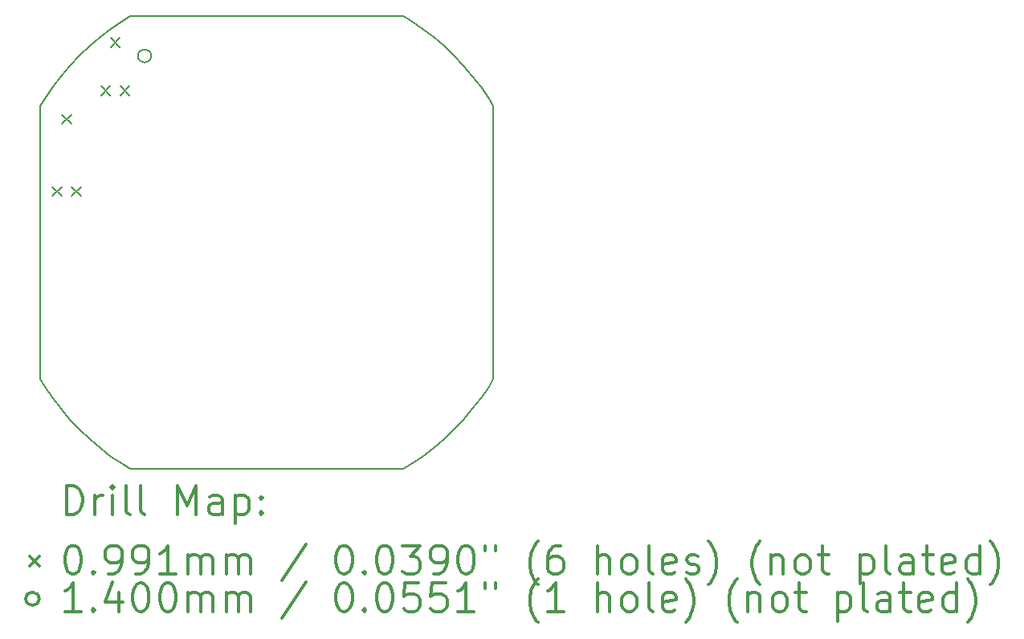
<source format=gbr>
%FSLAX45Y45*%
G04 Gerber Fmt 4.5, Leading zero omitted, Abs format (unit mm)*
G04 Created by KiCad (PCBNEW 5.1.12) date 2022-08-14 20:08:38*
%MOMM*%
%LPD*%
G01*
G04 APERTURE LIST*
%TA.AperFunction,Profile*%
%ADD10C,0.200000*%
%TD*%
%ADD11C,0.200000*%
%ADD12C,0.300000*%
G04 APERTURE END LIST*
D10*
X4781156Y954150D02*
X4781156Y3829690D01*
X4731046Y3911462D02*
X4648316Y4031840D01*
X953386Y1920D02*
X3828926Y1920D01*
X51266Y872380D02*
X134000Y752000D01*
X4031076Y4649076D02*
X3910696Y4731810D01*
X4731046Y872380D02*
X4781156Y954150D01*
X4781156Y3829690D02*
X4731046Y3911462D01*
X222920Y4147723D02*
X134000Y4031840D01*
X51266Y3911462D02*
X1157Y3829690D01*
X317783Y4258793D02*
X222920Y4147723D01*
X871614Y52030D02*
X953386Y1920D01*
X751236Y4649076D02*
X635353Y4560156D01*
X4258026Y4465293D02*
X4146956Y4560156D01*
X524283Y318550D02*
X635353Y223680D01*
X4648316Y4031840D02*
X4559396Y4147723D01*
X222920Y636120D02*
X317783Y525050D01*
X4031076Y134760D02*
X4146956Y223680D01*
X635353Y4560156D02*
X524283Y4465293D01*
X4146956Y4560156D02*
X4031076Y4649076D01*
X3828926Y1920D02*
X3910696Y52030D01*
X751236Y134760D02*
X871614Y52030D01*
X4559396Y4147723D02*
X4464526Y4258793D01*
X4648316Y752000D02*
X4731046Y872380D01*
X317783Y525050D02*
X418329Y419090D01*
X134000Y4031840D02*
X51266Y3911462D01*
X418329Y4364747D02*
X317783Y4258793D01*
X4464526Y4258793D02*
X4363986Y4364747D01*
X3910696Y52030D02*
X4031076Y134760D01*
X4464526Y525050D02*
X4559396Y636120D01*
X4146956Y223680D02*
X4258026Y318550D01*
X418329Y419090D02*
X524283Y318550D01*
X871614Y4731810D02*
X751236Y4649076D01*
X4363986Y419090D02*
X4464526Y525050D01*
X4258026Y318550D02*
X4363986Y419090D01*
X1157Y954150D02*
X51266Y872380D01*
X4363986Y4364747D02*
X4258026Y4465293D01*
X4559396Y636120D02*
X4648316Y752000D01*
X524283Y4465293D02*
X418329Y4364747D01*
X3910696Y4731810D02*
X3828926Y4781919D01*
X635353Y223680D02*
X751236Y134760D01*
X3828926Y4781919D02*
X953386Y4781919D01*
X1157Y3829690D02*
X1157Y954150D01*
X953386Y4781919D02*
X871614Y4731810D01*
X134000Y752000D02*
X222920Y636120D01*
D11*
X130470Y2979530D02*
X229530Y2880470D01*
X229530Y2979530D02*
X130470Y2880470D01*
X232070Y3741530D02*
X331130Y3642470D01*
X331130Y3741530D02*
X232070Y3642470D01*
X333670Y2979530D02*
X432730Y2880470D01*
X432730Y2979530D02*
X333670Y2880470D01*
X642620Y4044950D02*
X741680Y3945890D01*
X741680Y4044950D02*
X642620Y3945890D01*
X744220Y4552950D02*
X843280Y4453890D01*
X843280Y4552950D02*
X744220Y4453890D01*
X845820Y4044950D02*
X944880Y3945890D01*
X944880Y4044950D02*
X845820Y3945890D01*
X1172360Y4359910D02*
G75*
G03*
X1172360Y4359910I-70000J0D01*
G01*
D12*
X277585Y-473794D02*
X277585Y-173794D01*
X349014Y-173794D01*
X391871Y-188080D01*
X420442Y-216651D01*
X434728Y-245223D01*
X449014Y-302366D01*
X449014Y-345223D01*
X434728Y-402366D01*
X420442Y-430937D01*
X391871Y-459509D01*
X349014Y-473794D01*
X277585Y-473794D01*
X577585Y-473794D02*
X577585Y-273794D01*
X577585Y-330937D02*
X591871Y-302366D01*
X606157Y-288080D01*
X634728Y-273794D01*
X663299Y-273794D01*
X763299Y-473794D02*
X763299Y-273794D01*
X763299Y-173794D02*
X749014Y-188080D01*
X763299Y-202366D01*
X777585Y-188080D01*
X763299Y-173794D01*
X763299Y-202366D01*
X949014Y-473794D02*
X920442Y-459509D01*
X906156Y-430937D01*
X906156Y-173794D01*
X1106157Y-473794D02*
X1077585Y-459509D01*
X1063299Y-430937D01*
X1063299Y-173794D01*
X1449014Y-473794D02*
X1449014Y-173794D01*
X1549014Y-388080D01*
X1649014Y-173794D01*
X1649014Y-473794D01*
X1920442Y-473794D02*
X1920442Y-316652D01*
X1906156Y-288080D01*
X1877585Y-273794D01*
X1820442Y-273794D01*
X1791871Y-288080D01*
X1920442Y-459509D02*
X1891871Y-473794D01*
X1820442Y-473794D01*
X1791871Y-459509D01*
X1777585Y-430937D01*
X1777585Y-402366D01*
X1791871Y-373794D01*
X1820442Y-359509D01*
X1891871Y-359509D01*
X1920442Y-345223D01*
X2063299Y-273794D02*
X2063299Y-573794D01*
X2063299Y-288080D02*
X2091871Y-273794D01*
X2149014Y-273794D01*
X2177585Y-288080D01*
X2191871Y-302366D01*
X2206157Y-330937D01*
X2206157Y-416651D01*
X2191871Y-445223D01*
X2177585Y-459509D01*
X2149014Y-473794D01*
X2091871Y-473794D01*
X2063299Y-459509D01*
X2334728Y-445223D02*
X2349014Y-459509D01*
X2334728Y-473794D01*
X2320442Y-459509D01*
X2334728Y-445223D01*
X2334728Y-473794D01*
X2334728Y-288080D02*
X2349014Y-302366D01*
X2334728Y-316652D01*
X2320442Y-302366D01*
X2334728Y-288080D01*
X2334728Y-316652D01*
X-107903Y-918550D02*
X-8844Y-1017610D01*
X-8844Y-918550D02*
X-107903Y-1017610D01*
X334728Y-803794D02*
X363299Y-803794D01*
X391871Y-818080D01*
X406156Y-832366D01*
X420442Y-860937D01*
X434728Y-918080D01*
X434728Y-989509D01*
X420442Y-1046651D01*
X406156Y-1075223D01*
X391871Y-1089509D01*
X363299Y-1103794D01*
X334728Y-1103794D01*
X306157Y-1089509D01*
X291871Y-1075223D01*
X277585Y-1046651D01*
X263299Y-989509D01*
X263299Y-918080D01*
X277585Y-860937D01*
X291871Y-832366D01*
X306157Y-818080D01*
X334728Y-803794D01*
X563299Y-1075223D02*
X577585Y-1089509D01*
X563299Y-1103794D01*
X549014Y-1089509D01*
X563299Y-1075223D01*
X563299Y-1103794D01*
X720442Y-1103794D02*
X777585Y-1103794D01*
X806156Y-1089509D01*
X820442Y-1075223D01*
X849014Y-1032366D01*
X863299Y-975223D01*
X863299Y-860937D01*
X849014Y-832366D01*
X834728Y-818080D01*
X806156Y-803794D01*
X749014Y-803794D01*
X720442Y-818080D01*
X706156Y-832366D01*
X691871Y-860937D01*
X691871Y-932366D01*
X706156Y-960937D01*
X720442Y-975223D01*
X749014Y-989509D01*
X806156Y-989509D01*
X834728Y-975223D01*
X849014Y-960937D01*
X863299Y-932366D01*
X1006156Y-1103794D02*
X1063299Y-1103794D01*
X1091871Y-1089509D01*
X1106157Y-1075223D01*
X1134728Y-1032366D01*
X1149014Y-975223D01*
X1149014Y-860937D01*
X1134728Y-832366D01*
X1120442Y-818080D01*
X1091871Y-803794D01*
X1034728Y-803794D01*
X1006156Y-818080D01*
X991871Y-832366D01*
X977585Y-860937D01*
X977585Y-932366D01*
X991871Y-960937D01*
X1006156Y-975223D01*
X1034728Y-989509D01*
X1091871Y-989509D01*
X1120442Y-975223D01*
X1134728Y-960937D01*
X1149014Y-932366D01*
X1434728Y-1103794D02*
X1263299Y-1103794D01*
X1349014Y-1103794D02*
X1349014Y-803794D01*
X1320442Y-846651D01*
X1291871Y-875223D01*
X1263299Y-889509D01*
X1563299Y-1103794D02*
X1563299Y-903794D01*
X1563299Y-932366D02*
X1577585Y-918080D01*
X1606156Y-903794D01*
X1649014Y-903794D01*
X1677585Y-918080D01*
X1691871Y-946651D01*
X1691871Y-1103794D01*
X1691871Y-946651D02*
X1706156Y-918080D01*
X1734728Y-903794D01*
X1777585Y-903794D01*
X1806156Y-918080D01*
X1820442Y-946651D01*
X1820442Y-1103794D01*
X1963299Y-1103794D02*
X1963299Y-903794D01*
X1963299Y-932366D02*
X1977585Y-918080D01*
X2006156Y-903794D01*
X2049014Y-903794D01*
X2077585Y-918080D01*
X2091871Y-946651D01*
X2091871Y-1103794D01*
X2091871Y-946651D02*
X2106157Y-918080D01*
X2134728Y-903794D01*
X2177585Y-903794D01*
X2206157Y-918080D01*
X2220442Y-946651D01*
X2220442Y-1103794D01*
X2806156Y-789509D02*
X2549014Y-1175223D01*
X3191871Y-803794D02*
X3220442Y-803794D01*
X3249014Y-818080D01*
X3263299Y-832366D01*
X3277585Y-860937D01*
X3291871Y-918080D01*
X3291871Y-989509D01*
X3277585Y-1046651D01*
X3263299Y-1075223D01*
X3249014Y-1089509D01*
X3220442Y-1103794D01*
X3191871Y-1103794D01*
X3163299Y-1089509D01*
X3149014Y-1075223D01*
X3134728Y-1046651D01*
X3120442Y-989509D01*
X3120442Y-918080D01*
X3134728Y-860937D01*
X3149014Y-832366D01*
X3163299Y-818080D01*
X3191871Y-803794D01*
X3420442Y-1075223D02*
X3434728Y-1089509D01*
X3420442Y-1103794D01*
X3406156Y-1089509D01*
X3420442Y-1075223D01*
X3420442Y-1103794D01*
X3620442Y-803794D02*
X3649014Y-803794D01*
X3677585Y-818080D01*
X3691871Y-832366D01*
X3706156Y-860937D01*
X3720442Y-918080D01*
X3720442Y-989509D01*
X3706156Y-1046651D01*
X3691871Y-1075223D01*
X3677585Y-1089509D01*
X3649014Y-1103794D01*
X3620442Y-1103794D01*
X3591871Y-1089509D01*
X3577585Y-1075223D01*
X3563299Y-1046651D01*
X3549014Y-989509D01*
X3549014Y-918080D01*
X3563299Y-860937D01*
X3577585Y-832366D01*
X3591871Y-818080D01*
X3620442Y-803794D01*
X3820442Y-803794D02*
X4006156Y-803794D01*
X3906156Y-918080D01*
X3949014Y-918080D01*
X3977585Y-932366D01*
X3991871Y-946651D01*
X4006156Y-975223D01*
X4006156Y-1046651D01*
X3991871Y-1075223D01*
X3977585Y-1089509D01*
X3949014Y-1103794D01*
X3863299Y-1103794D01*
X3834728Y-1089509D01*
X3820442Y-1075223D01*
X4149014Y-1103794D02*
X4206157Y-1103794D01*
X4234728Y-1089509D01*
X4249014Y-1075223D01*
X4277585Y-1032366D01*
X4291871Y-975223D01*
X4291871Y-860937D01*
X4277585Y-832366D01*
X4263299Y-818080D01*
X4234728Y-803794D01*
X4177585Y-803794D01*
X4149014Y-818080D01*
X4134728Y-832366D01*
X4120442Y-860937D01*
X4120442Y-932366D01*
X4134728Y-960937D01*
X4149014Y-975223D01*
X4177585Y-989509D01*
X4234728Y-989509D01*
X4263299Y-975223D01*
X4277585Y-960937D01*
X4291871Y-932366D01*
X4477585Y-803794D02*
X4506157Y-803794D01*
X4534728Y-818080D01*
X4549014Y-832366D01*
X4563299Y-860937D01*
X4577585Y-918080D01*
X4577585Y-989509D01*
X4563299Y-1046651D01*
X4549014Y-1075223D01*
X4534728Y-1089509D01*
X4506157Y-1103794D01*
X4477585Y-1103794D01*
X4449014Y-1089509D01*
X4434728Y-1075223D01*
X4420442Y-1046651D01*
X4406157Y-989509D01*
X4406157Y-918080D01*
X4420442Y-860937D01*
X4434728Y-832366D01*
X4449014Y-818080D01*
X4477585Y-803794D01*
X4691871Y-803794D02*
X4691871Y-860937D01*
X4806157Y-803794D02*
X4806157Y-860937D01*
X5249014Y-1218080D02*
X5234728Y-1203794D01*
X5206157Y-1160937D01*
X5191871Y-1132366D01*
X5177585Y-1089509D01*
X5163299Y-1018080D01*
X5163299Y-960937D01*
X5177585Y-889509D01*
X5191871Y-846651D01*
X5206157Y-818080D01*
X5234728Y-775223D01*
X5249014Y-760937D01*
X5491871Y-803794D02*
X5434728Y-803794D01*
X5406157Y-818080D01*
X5391871Y-832366D01*
X5363299Y-875223D01*
X5349014Y-932366D01*
X5349014Y-1046651D01*
X5363299Y-1075223D01*
X5377585Y-1089509D01*
X5406157Y-1103794D01*
X5463299Y-1103794D01*
X5491871Y-1089509D01*
X5506157Y-1075223D01*
X5520442Y-1046651D01*
X5520442Y-975223D01*
X5506157Y-946651D01*
X5491871Y-932366D01*
X5463299Y-918080D01*
X5406157Y-918080D01*
X5377585Y-932366D01*
X5363299Y-946651D01*
X5349014Y-975223D01*
X5877585Y-1103794D02*
X5877585Y-803794D01*
X6006156Y-1103794D02*
X6006156Y-946651D01*
X5991871Y-918080D01*
X5963299Y-903794D01*
X5920442Y-903794D01*
X5891871Y-918080D01*
X5877585Y-932366D01*
X6191871Y-1103794D02*
X6163299Y-1089509D01*
X6149014Y-1075223D01*
X6134728Y-1046651D01*
X6134728Y-960937D01*
X6149014Y-932366D01*
X6163299Y-918080D01*
X6191871Y-903794D01*
X6234728Y-903794D01*
X6263299Y-918080D01*
X6277585Y-932366D01*
X6291871Y-960937D01*
X6291871Y-1046651D01*
X6277585Y-1075223D01*
X6263299Y-1089509D01*
X6234728Y-1103794D01*
X6191871Y-1103794D01*
X6463299Y-1103794D02*
X6434728Y-1089509D01*
X6420442Y-1060937D01*
X6420442Y-803794D01*
X6691871Y-1089509D02*
X6663299Y-1103794D01*
X6606156Y-1103794D01*
X6577585Y-1089509D01*
X6563299Y-1060937D01*
X6563299Y-946651D01*
X6577585Y-918080D01*
X6606156Y-903794D01*
X6663299Y-903794D01*
X6691871Y-918080D01*
X6706156Y-946651D01*
X6706156Y-975223D01*
X6563299Y-1003794D01*
X6820442Y-1089509D02*
X6849014Y-1103794D01*
X6906156Y-1103794D01*
X6934728Y-1089509D01*
X6949014Y-1060937D01*
X6949014Y-1046651D01*
X6934728Y-1018080D01*
X6906156Y-1003794D01*
X6863299Y-1003794D01*
X6834728Y-989509D01*
X6820442Y-960937D01*
X6820442Y-946651D01*
X6834728Y-918080D01*
X6863299Y-903794D01*
X6906156Y-903794D01*
X6934728Y-918080D01*
X7049014Y-1218080D02*
X7063299Y-1203794D01*
X7091871Y-1160937D01*
X7106156Y-1132366D01*
X7120442Y-1089509D01*
X7134728Y-1018080D01*
X7134728Y-960937D01*
X7120442Y-889509D01*
X7106156Y-846651D01*
X7091871Y-818080D01*
X7063299Y-775223D01*
X7049014Y-760937D01*
X7591871Y-1218080D02*
X7577585Y-1203794D01*
X7549014Y-1160937D01*
X7534728Y-1132366D01*
X7520442Y-1089509D01*
X7506156Y-1018080D01*
X7506156Y-960937D01*
X7520442Y-889509D01*
X7534728Y-846651D01*
X7549014Y-818080D01*
X7577585Y-775223D01*
X7591871Y-760937D01*
X7706156Y-903794D02*
X7706156Y-1103794D01*
X7706156Y-932366D02*
X7720442Y-918080D01*
X7749014Y-903794D01*
X7791871Y-903794D01*
X7820442Y-918080D01*
X7834728Y-946651D01*
X7834728Y-1103794D01*
X8020442Y-1103794D02*
X7991871Y-1089509D01*
X7977585Y-1075223D01*
X7963299Y-1046651D01*
X7963299Y-960937D01*
X7977585Y-932366D01*
X7991871Y-918080D01*
X8020442Y-903794D01*
X8063299Y-903794D01*
X8091871Y-918080D01*
X8106156Y-932366D01*
X8120442Y-960937D01*
X8120442Y-1046651D01*
X8106156Y-1075223D01*
X8091871Y-1089509D01*
X8063299Y-1103794D01*
X8020442Y-1103794D01*
X8206156Y-903794D02*
X8320442Y-903794D01*
X8249014Y-803794D02*
X8249014Y-1060937D01*
X8263299Y-1089509D01*
X8291871Y-1103794D01*
X8320442Y-1103794D01*
X8649014Y-903794D02*
X8649014Y-1203794D01*
X8649014Y-918080D02*
X8677585Y-903794D01*
X8734728Y-903794D01*
X8763299Y-918080D01*
X8777585Y-932366D01*
X8791871Y-960937D01*
X8791871Y-1046651D01*
X8777585Y-1075223D01*
X8763299Y-1089509D01*
X8734728Y-1103794D01*
X8677585Y-1103794D01*
X8649014Y-1089509D01*
X8963299Y-1103794D02*
X8934728Y-1089509D01*
X8920442Y-1060937D01*
X8920442Y-803794D01*
X9206157Y-1103794D02*
X9206157Y-946651D01*
X9191871Y-918080D01*
X9163299Y-903794D01*
X9106157Y-903794D01*
X9077585Y-918080D01*
X9206157Y-1089509D02*
X9177585Y-1103794D01*
X9106157Y-1103794D01*
X9077585Y-1089509D01*
X9063299Y-1060937D01*
X9063299Y-1032366D01*
X9077585Y-1003794D01*
X9106157Y-989509D01*
X9177585Y-989509D01*
X9206157Y-975223D01*
X9306157Y-903794D02*
X9420442Y-903794D01*
X9349014Y-803794D02*
X9349014Y-1060937D01*
X9363299Y-1089509D01*
X9391871Y-1103794D01*
X9420442Y-1103794D01*
X9634728Y-1089509D02*
X9606157Y-1103794D01*
X9549014Y-1103794D01*
X9520442Y-1089509D01*
X9506157Y-1060937D01*
X9506157Y-946651D01*
X9520442Y-918080D01*
X9549014Y-903794D01*
X9606157Y-903794D01*
X9634728Y-918080D01*
X9649014Y-946651D01*
X9649014Y-975223D01*
X9506157Y-1003794D01*
X9906157Y-1103794D02*
X9906157Y-803794D01*
X9906157Y-1089509D02*
X9877585Y-1103794D01*
X9820442Y-1103794D01*
X9791871Y-1089509D01*
X9777585Y-1075223D01*
X9763299Y-1046651D01*
X9763299Y-960937D01*
X9777585Y-932366D01*
X9791871Y-918080D01*
X9820442Y-903794D01*
X9877585Y-903794D01*
X9906157Y-918080D01*
X10020442Y-1218080D02*
X10034728Y-1203794D01*
X10063299Y-1160937D01*
X10077585Y-1132366D01*
X10091871Y-1089509D01*
X10106157Y-1018080D01*
X10106157Y-960937D01*
X10091871Y-889509D01*
X10077585Y-846651D01*
X10063299Y-818080D01*
X10034728Y-775223D01*
X10020442Y-760937D01*
X-8844Y-1364080D02*
G75*
G03*
X-8844Y-1364080I-70000J0D01*
G01*
X434728Y-1499794D02*
X263299Y-1499794D01*
X349014Y-1499794D02*
X349014Y-1199794D01*
X320442Y-1242652D01*
X291871Y-1271223D01*
X263299Y-1285509D01*
X563299Y-1471223D02*
X577585Y-1485509D01*
X563299Y-1499794D01*
X549014Y-1485509D01*
X563299Y-1471223D01*
X563299Y-1499794D01*
X834728Y-1299794D02*
X834728Y-1499794D01*
X763299Y-1185509D02*
X691871Y-1399794D01*
X877585Y-1399794D01*
X1049014Y-1199794D02*
X1077585Y-1199794D01*
X1106157Y-1214080D01*
X1120442Y-1228366D01*
X1134728Y-1256937D01*
X1149014Y-1314080D01*
X1149014Y-1385509D01*
X1134728Y-1442651D01*
X1120442Y-1471223D01*
X1106157Y-1485509D01*
X1077585Y-1499794D01*
X1049014Y-1499794D01*
X1020442Y-1485509D01*
X1006156Y-1471223D01*
X991871Y-1442651D01*
X977585Y-1385509D01*
X977585Y-1314080D01*
X991871Y-1256937D01*
X1006156Y-1228366D01*
X1020442Y-1214080D01*
X1049014Y-1199794D01*
X1334728Y-1199794D02*
X1363299Y-1199794D01*
X1391871Y-1214080D01*
X1406156Y-1228366D01*
X1420442Y-1256937D01*
X1434728Y-1314080D01*
X1434728Y-1385509D01*
X1420442Y-1442651D01*
X1406156Y-1471223D01*
X1391871Y-1485509D01*
X1363299Y-1499794D01*
X1334728Y-1499794D01*
X1306157Y-1485509D01*
X1291871Y-1471223D01*
X1277585Y-1442651D01*
X1263299Y-1385509D01*
X1263299Y-1314080D01*
X1277585Y-1256937D01*
X1291871Y-1228366D01*
X1306157Y-1214080D01*
X1334728Y-1199794D01*
X1563299Y-1499794D02*
X1563299Y-1299794D01*
X1563299Y-1328366D02*
X1577585Y-1314080D01*
X1606156Y-1299794D01*
X1649014Y-1299794D01*
X1677585Y-1314080D01*
X1691871Y-1342652D01*
X1691871Y-1499794D01*
X1691871Y-1342652D02*
X1706156Y-1314080D01*
X1734728Y-1299794D01*
X1777585Y-1299794D01*
X1806156Y-1314080D01*
X1820442Y-1342652D01*
X1820442Y-1499794D01*
X1963299Y-1499794D02*
X1963299Y-1299794D01*
X1963299Y-1328366D02*
X1977585Y-1314080D01*
X2006156Y-1299794D01*
X2049014Y-1299794D01*
X2077585Y-1314080D01*
X2091871Y-1342652D01*
X2091871Y-1499794D01*
X2091871Y-1342652D02*
X2106157Y-1314080D01*
X2134728Y-1299794D01*
X2177585Y-1299794D01*
X2206157Y-1314080D01*
X2220442Y-1342652D01*
X2220442Y-1499794D01*
X2806156Y-1185509D02*
X2549014Y-1571223D01*
X3191871Y-1199794D02*
X3220442Y-1199794D01*
X3249014Y-1214080D01*
X3263299Y-1228366D01*
X3277585Y-1256937D01*
X3291871Y-1314080D01*
X3291871Y-1385509D01*
X3277585Y-1442651D01*
X3263299Y-1471223D01*
X3249014Y-1485509D01*
X3220442Y-1499794D01*
X3191871Y-1499794D01*
X3163299Y-1485509D01*
X3149014Y-1471223D01*
X3134728Y-1442651D01*
X3120442Y-1385509D01*
X3120442Y-1314080D01*
X3134728Y-1256937D01*
X3149014Y-1228366D01*
X3163299Y-1214080D01*
X3191871Y-1199794D01*
X3420442Y-1471223D02*
X3434728Y-1485509D01*
X3420442Y-1499794D01*
X3406156Y-1485509D01*
X3420442Y-1471223D01*
X3420442Y-1499794D01*
X3620442Y-1199794D02*
X3649014Y-1199794D01*
X3677585Y-1214080D01*
X3691871Y-1228366D01*
X3706156Y-1256937D01*
X3720442Y-1314080D01*
X3720442Y-1385509D01*
X3706156Y-1442651D01*
X3691871Y-1471223D01*
X3677585Y-1485509D01*
X3649014Y-1499794D01*
X3620442Y-1499794D01*
X3591871Y-1485509D01*
X3577585Y-1471223D01*
X3563299Y-1442651D01*
X3549014Y-1385509D01*
X3549014Y-1314080D01*
X3563299Y-1256937D01*
X3577585Y-1228366D01*
X3591871Y-1214080D01*
X3620442Y-1199794D01*
X3991871Y-1199794D02*
X3849014Y-1199794D01*
X3834728Y-1342652D01*
X3849014Y-1328366D01*
X3877585Y-1314080D01*
X3949014Y-1314080D01*
X3977585Y-1328366D01*
X3991871Y-1342652D01*
X4006156Y-1371223D01*
X4006156Y-1442651D01*
X3991871Y-1471223D01*
X3977585Y-1485509D01*
X3949014Y-1499794D01*
X3877585Y-1499794D01*
X3849014Y-1485509D01*
X3834728Y-1471223D01*
X4277585Y-1199794D02*
X4134728Y-1199794D01*
X4120442Y-1342652D01*
X4134728Y-1328366D01*
X4163299Y-1314080D01*
X4234728Y-1314080D01*
X4263299Y-1328366D01*
X4277585Y-1342652D01*
X4291871Y-1371223D01*
X4291871Y-1442651D01*
X4277585Y-1471223D01*
X4263299Y-1485509D01*
X4234728Y-1499794D01*
X4163299Y-1499794D01*
X4134728Y-1485509D01*
X4120442Y-1471223D01*
X4577585Y-1499794D02*
X4406157Y-1499794D01*
X4491871Y-1499794D02*
X4491871Y-1199794D01*
X4463299Y-1242652D01*
X4434728Y-1271223D01*
X4406157Y-1285509D01*
X4691871Y-1199794D02*
X4691871Y-1256937D01*
X4806157Y-1199794D02*
X4806157Y-1256937D01*
X5249014Y-1614080D02*
X5234728Y-1599794D01*
X5206157Y-1556937D01*
X5191871Y-1528366D01*
X5177585Y-1485509D01*
X5163299Y-1414080D01*
X5163299Y-1356937D01*
X5177585Y-1285509D01*
X5191871Y-1242652D01*
X5206157Y-1214080D01*
X5234728Y-1171223D01*
X5249014Y-1156937D01*
X5520442Y-1499794D02*
X5349014Y-1499794D01*
X5434728Y-1499794D02*
X5434728Y-1199794D01*
X5406157Y-1242652D01*
X5377585Y-1271223D01*
X5349014Y-1285509D01*
X5877585Y-1499794D02*
X5877585Y-1199794D01*
X6006156Y-1499794D02*
X6006156Y-1342652D01*
X5991871Y-1314080D01*
X5963299Y-1299794D01*
X5920442Y-1299794D01*
X5891871Y-1314080D01*
X5877585Y-1328366D01*
X6191871Y-1499794D02*
X6163299Y-1485509D01*
X6149014Y-1471223D01*
X6134728Y-1442651D01*
X6134728Y-1356937D01*
X6149014Y-1328366D01*
X6163299Y-1314080D01*
X6191871Y-1299794D01*
X6234728Y-1299794D01*
X6263299Y-1314080D01*
X6277585Y-1328366D01*
X6291871Y-1356937D01*
X6291871Y-1442651D01*
X6277585Y-1471223D01*
X6263299Y-1485509D01*
X6234728Y-1499794D01*
X6191871Y-1499794D01*
X6463299Y-1499794D02*
X6434728Y-1485509D01*
X6420442Y-1456937D01*
X6420442Y-1199794D01*
X6691871Y-1485509D02*
X6663299Y-1499794D01*
X6606156Y-1499794D01*
X6577585Y-1485509D01*
X6563299Y-1456937D01*
X6563299Y-1342652D01*
X6577585Y-1314080D01*
X6606156Y-1299794D01*
X6663299Y-1299794D01*
X6691871Y-1314080D01*
X6706156Y-1342652D01*
X6706156Y-1371223D01*
X6563299Y-1399794D01*
X6806156Y-1614080D02*
X6820442Y-1599794D01*
X6849014Y-1556937D01*
X6863299Y-1528366D01*
X6877585Y-1485509D01*
X6891871Y-1414080D01*
X6891871Y-1356937D01*
X6877585Y-1285509D01*
X6863299Y-1242652D01*
X6849014Y-1214080D01*
X6820442Y-1171223D01*
X6806156Y-1156937D01*
X7349014Y-1614080D02*
X7334728Y-1599794D01*
X7306156Y-1556937D01*
X7291871Y-1528366D01*
X7277585Y-1485509D01*
X7263299Y-1414080D01*
X7263299Y-1356937D01*
X7277585Y-1285509D01*
X7291871Y-1242652D01*
X7306156Y-1214080D01*
X7334728Y-1171223D01*
X7349014Y-1156937D01*
X7463299Y-1299794D02*
X7463299Y-1499794D01*
X7463299Y-1328366D02*
X7477585Y-1314080D01*
X7506156Y-1299794D01*
X7549014Y-1299794D01*
X7577585Y-1314080D01*
X7591871Y-1342652D01*
X7591871Y-1499794D01*
X7777585Y-1499794D02*
X7749014Y-1485509D01*
X7734728Y-1471223D01*
X7720442Y-1442651D01*
X7720442Y-1356937D01*
X7734728Y-1328366D01*
X7749014Y-1314080D01*
X7777585Y-1299794D01*
X7820442Y-1299794D01*
X7849014Y-1314080D01*
X7863299Y-1328366D01*
X7877585Y-1356937D01*
X7877585Y-1442651D01*
X7863299Y-1471223D01*
X7849014Y-1485509D01*
X7820442Y-1499794D01*
X7777585Y-1499794D01*
X7963299Y-1299794D02*
X8077585Y-1299794D01*
X8006156Y-1199794D02*
X8006156Y-1456937D01*
X8020442Y-1485509D01*
X8049014Y-1499794D01*
X8077585Y-1499794D01*
X8406157Y-1299794D02*
X8406157Y-1599794D01*
X8406157Y-1314080D02*
X8434728Y-1299794D01*
X8491871Y-1299794D01*
X8520442Y-1314080D01*
X8534728Y-1328366D01*
X8549014Y-1356937D01*
X8549014Y-1442651D01*
X8534728Y-1471223D01*
X8520442Y-1485509D01*
X8491871Y-1499794D01*
X8434728Y-1499794D01*
X8406157Y-1485509D01*
X8720442Y-1499794D02*
X8691871Y-1485509D01*
X8677585Y-1456937D01*
X8677585Y-1199794D01*
X8963299Y-1499794D02*
X8963299Y-1342652D01*
X8949014Y-1314080D01*
X8920442Y-1299794D01*
X8863299Y-1299794D01*
X8834728Y-1314080D01*
X8963299Y-1485509D02*
X8934728Y-1499794D01*
X8863299Y-1499794D01*
X8834728Y-1485509D01*
X8820442Y-1456937D01*
X8820442Y-1428366D01*
X8834728Y-1399794D01*
X8863299Y-1385509D01*
X8934728Y-1385509D01*
X8963299Y-1371223D01*
X9063299Y-1299794D02*
X9177585Y-1299794D01*
X9106157Y-1199794D02*
X9106157Y-1456937D01*
X9120442Y-1485509D01*
X9149014Y-1499794D01*
X9177585Y-1499794D01*
X9391871Y-1485509D02*
X9363299Y-1499794D01*
X9306157Y-1499794D01*
X9277585Y-1485509D01*
X9263299Y-1456937D01*
X9263299Y-1342652D01*
X9277585Y-1314080D01*
X9306157Y-1299794D01*
X9363299Y-1299794D01*
X9391871Y-1314080D01*
X9406157Y-1342652D01*
X9406157Y-1371223D01*
X9263299Y-1399794D01*
X9663299Y-1499794D02*
X9663299Y-1199794D01*
X9663299Y-1485509D02*
X9634728Y-1499794D01*
X9577585Y-1499794D01*
X9549014Y-1485509D01*
X9534728Y-1471223D01*
X9520442Y-1442651D01*
X9520442Y-1356937D01*
X9534728Y-1328366D01*
X9549014Y-1314080D01*
X9577585Y-1299794D01*
X9634728Y-1299794D01*
X9663299Y-1314080D01*
X9777585Y-1614080D02*
X9791871Y-1599794D01*
X9820442Y-1556937D01*
X9834728Y-1528366D01*
X9849014Y-1485509D01*
X9863299Y-1414080D01*
X9863299Y-1356937D01*
X9849014Y-1285509D01*
X9834728Y-1242652D01*
X9820442Y-1214080D01*
X9791871Y-1171223D01*
X9777585Y-1156937D01*
M02*

</source>
